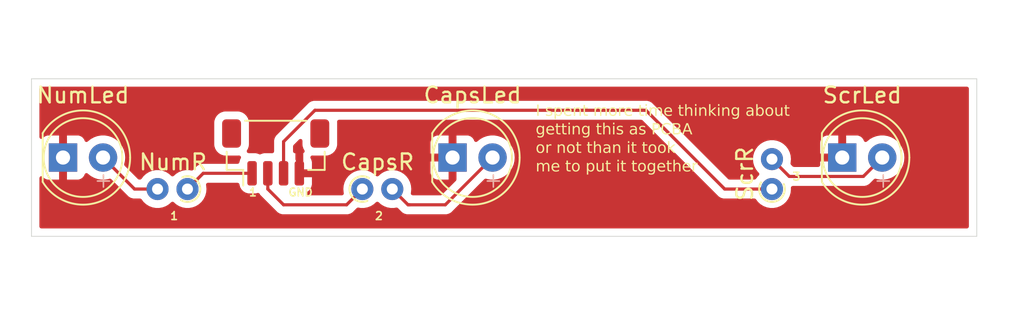
<source format=kicad_pcb>
(kicad_pcb (version 20240108) (generator "pcbnew") (generator_version "8.0")
  (layers (0 "F.Cu" signal) (31 "B.Cu" signal) (34 "B.Paste" user) (35 "F.Paste" user) (36 "B.SilkS" user "B.Silkscreen") (37 "F.SilkS" user "F.Silkscreen") (38 "B.Mask" user) (39 "F.Mask" user) (44 "Edge.Cuts" user))
  (net 0 "")
  (net 1 "GND")
  (net 2 "ScrLk")
  (net 3 "CapsLk")
  (net 4 "NumLk")
  (net 5 "Net-(CapsLed1-A)")
  (net 6 "Net-(NumLed1-A)")
  (net 7 "Net-(ScrLed1-A)")
  (footprint "Resistor_THT:R_Axial_DIN0204_L3.6mm_D1.6mm_P1.90mm_Vertical" (layer "F.Cu") (at 107 47 90)
    (property "Reference" "ScrR" (at 0.96517 -1.721355 90) (layer "F.SilkS"))
    (property "Value" "51R" (hide yes))
    (fp_arc (start 0.320095 0.749359) (mid -0.813042 -0.054435) (end 0.417133 -0.7) (stroke (width 0.12)) (layer "F.SilkS"))
    (pad "1" thru_hole circle (at 0 0 90) (size 1.4 1.4) (drill 0.7) (layers "*.Cu" "*.Mask") (net 2 "ScrLk"))
    (pad "2" thru_hole oval (at 1.9 0 90) (size 1.4 1.4) (drill 0.7) (layers "*.Cu" "*.Mask") (net 7 "Net-(ScrLed1-A)"))
  )
  (footprint "Resistor_THT:R_Axial_DIN0204_L3.6mm_D1.6mm_P1.90mm_Vertical" (layer "F.Cu") (at 81 47)
    (property "Reference" "CapsR" (at 0.968294 -1.714388 0) (layer "F.SilkS"))
    (property "Value" "51R" (hide yes))
    (fp_arc (start 0.320095 0.749359) (mid -0.813042 -0.054435) (end 0.417133 -0.7) (stroke (width 0.12)) (layer "F.SilkS"))
    (pad "1" thru_hole circle (at 0 0) (size 1.4 1.4) (drill 0.7) (layers "*.Cu" "*.Mask") (net 3 "CapsLk"))
    (pad "2" thru_hole oval (at 1.9 0) (size 1.4 1.4) (drill 0.7) (layers "*.Cu" "*.Mask") (net 5 "Net-(CapsLed1-A)"))
  )
  (footprint "Resistor_THT:R_Axial_DIN0204_L3.6mm_D1.6mm_P1.90mm_Vertical" (layer "F.Cu") (at 69.9 47 180)
    (property "Reference" "NumR" (at 0.914195 1.712066 0) (layer "F.SilkS"))
    (property "Value" "51R" (hide yes))
    (fp_arc (start 0.320095 0.749359) (mid -0.813042 -0.054435) (end 0.417133 -0.7) (stroke (width 0.12)) (layer "F.SilkS"))
    (pad "1" thru_hole circle (at 0 0 180) (size 1.4 1.4) (drill 0.7) (layers "*.Cu" "*.Mask") (net 4 "NumLk"))
    (pad "2" thru_hole oval (at 1.9 0 180) (size 1.4 1.4) (drill 0.7) (layers "*.Cu" "*.Mask") (net 6 "Net-(NumLed1-A)"))
  )
  (footprint "LED_THT:LED_D5.0mm" (layer "F.Cu") (at 62 45)
    (property "Reference" "NumLed" (at 1.27 -3.96 0) (layer "F.SilkS"))
    (property "Value" "LED" (hide yes))
    (fp_line (start -1.29 -1.545) (end -1.29 1.545) (stroke (width 0.12)) (layer "F.SilkS"))
    (fp_arc (start -1.29 -1.54483) (mid 2.071756 -2.880501) (end 4.26 -0.000048) (stroke (width 0.12)) (layer "F.SilkS"))
    (fp_arc (start 4.26 0.000048) (mid 2.071756 2.880501) (end -1.29 1.54483) (stroke (width 0.12)) (layer "F.SilkS"))
    (fp_circle (center 1.27 0) (end 3.77 0) (stroke (width 0.12)) (fill none) (layer "F.SilkS"))
    (pad "1" thru_hole rect (at 0 0) (size 1.8 1.8) (drill 0.9) (layers "*.Cu" "*.Mask") (net 1 "GND"))
    (pad "2" thru_hole circle (at 2.54 0) (size 1.8 1.8) (drill 0.9) (layers "*.Cu" "*.Mask") (net 6 "Net-(NumLed1-A)"))
  )
  (footprint "LED_THT:LED_D5.0mm" (layer "F.Cu") (at 111.46 45)
    (property "Reference" "ScrLed" (at 1.27 -3.96 0) (layer "F.SilkS"))
    (property "Value" "LED" (hide yes))
    (fp_line (start -1.29 -1.545) (end -1.29 1.545) (stroke (width 0.12)) (layer "F.SilkS"))
    (fp_arc (start -1.29 -1.54483) (mid 2.071756 -2.880501) (end 4.26 -0.000048) (stroke (width 0.12)) (layer "F.SilkS"))
    (fp_arc (start 4.26 0.000048) (mid 2.071756 2.880501) (end -1.29 1.54483) (stroke (width 0.12)) (layer "F.SilkS"))
    (fp_circle (center 1.27 0) (end 3.77 0) (stroke (width 0.12)) (fill none) (layer "F.SilkS"))
    (pad "1" thru_hole rect (at 0 0) (size 1.8 1.8) (drill 0.9) (layers "*.Cu" "*.Mask") (net 1 "GND"))
    (pad "2" thru_hole circle (at 2.54 0) (size 1.8 1.8) (drill 0.9) (layers "*.Cu" "*.Mask") (net 7 "Net-(ScrLed1-A)"))
  )
  (footprint "Connector_JST:JST_SH_BM04B-SRSS-TB_1x04-1MP_P1.00mm_Vertical" (layer "F.Cu") (at 75.5 44.675)
    (property "Reference" "J1" (hide yes))
    (property "Value" "JST SH (from controller)" (hide yes))
    (fp_line (start -3.11 -0.04) (end -3.11 1.11) (stroke (width 0.12)) (layer "F.SilkS"))
    (fp_line (start -3.11 1.11) (end -2.06 1.11) (stroke (width 0.12)) (layer "F.SilkS"))
    (fp_line (start -2.06 1.11) (end -2.06 2.1) (stroke (width 0.12)) (layer "F.SilkS"))
    (fp_line (start -1.94 -2.01) (end 1.94 -2.01) (stroke (width 0.12)) (layer "F.SilkS"))
    (fp_line (start 3.11 -0.04) (end 3.11 1.11) (stroke (width 0.12)) (layer "F.SilkS"))
    (fp_line (start 3.11 1.11) (end 2.06 1.11) (stroke (width 0.12)) (layer "F.SilkS"))
    (pad "1" smd roundrect (at -1.5 1.325) (size 0.6 1.55) (layers "F.Cu" "F.Paste" "F.Mask") (net 4 "NumLk"))
    (pad "2" smd roundrect (at -0.5 1.325) (size 0.6 1.55) (layers "F.Cu" "F.Paste" "F.Mask") (net 3 "CapsLk"))
    (pad "3" smd roundrect (at 0.5 1.325) (size 0.6 1.55) (layers "F.Cu" "F.Paste" "F.Mask") (net 2 "ScrLk"))
    (pad "4" smd roundrect (at 1.5 1.325) (size 0.6 1.55) (layers "F.Cu" "F.Paste" "F.Mask") (net 1 "GND"))
    (pad "MP" smd roundrect (at -2.8 -1.2) (size 1.2 1.8) (layers "F.Cu" "F.Paste" "F.Mask") (roundrect_rratio 0.208333))
    (pad "MP" smd roundrect (at 2.8 -1.2) (size 1.2 1.8) (layers "F.Cu" "F.Paste" "F.Mask") (roundrect_rratio 0.208333))
  )
  (footprint "LED_THT:LED_D5.0mm" (layer "F.Cu") (at 86.725 45)
    (property "Reference" "CapsLed" (at 1.27 -3.96 0) (layer "F.SilkS"))
    (property "Value" "LED" (hide yes))
    (fp_line (start -1.29 -1.545) (end -1.29 1.545) (stroke (width 0.12)) (layer "F.SilkS"))
    (fp_arc (start -1.29 -1.54483) (mid 2.071756 -2.880501) (end 4.26 -0.000048) (stroke (width 0.12)) (layer "F.SilkS"))
    (fp_arc (start 4.26 0.000048) (mid 2.071756 2.880501) (end -1.29 1.54483) (stroke (width 0.12)) (layer "F.SilkS"))
    (fp_circle (center 1.27 0) (end 3.77 0) (stroke (width 0.12)) (fill none) (layer "F.SilkS"))
    (pad "1" thru_hole rect (at 0 0) (size 1.8 1.8) (drill 0.9) (layers "*.Cu" "*.Mask") (net 1 "GND"))
    (pad "2" thru_hole circle (at 2.54 0) (size 1.8 1.8) (drill 0.9) (layers "*.Cu" "*.Mask") (net 5 "Net-(CapsLed1-A)"))
  )
  (gr_line (start 60 40) (end 120 40) (stroke (width 0.05)) (layer "Edge.Cuts"))
  (gr_line (start 120 40) (end 120 50) (stroke (width 0.05)) (layer "Edge.Cuts"))
  (gr_line (start 60 50) (end 60 40) (stroke (width 0.05)) (layer "Edge.Cuts"))
  (gr_line (start 120 50) (end 60 50) (stroke (width 0.05)) (layer "Edge.Cuts"))
  (gr_text "+" (at 114.75 47 0) (layer "B.SilkS") (effects (font (size 1 1) (thickness 0.1)) (justify left bottom mirror)))
  (gr_text "+" (at 90 47 0) (layer "B.SilkS") (effects (font (size 1 1) (thickness 0.1)) (justify left bottom mirror)))
  (gr_text "+" (at 65.25 47 0) (layer "B.SilkS") (effects (font (size 1 1) (thickness 0.1)) (justify left bottom mirror)))
  (gr_text "I spent more time thinking about \ngetting this as PCBA \nor not than it took \nme to put it together" (at 92 46 0) (layer "F.SilkS") (effects (font (size 0.7 0.7) (thickness 0.1)) (justify left bottom)))
  (gr_text "GND" (at 76.25 47.5 -0) (layer "F.SilkS") (effects (font (size 0.5 0.5) (thickness 0.1)) (justify left bottom)))
  (gr_text "3" (at 108.25 46.5 0) (layer "F.SilkS") (effects (font (size 0.5 0.5) (thickness 0.1)) (justify left bottom)))
  (gr_text "1" (at 73.75 47.5 -0) (layer "F.SilkS") (effects (font (size 0.5 0.5) (thickness 0.1)) (justify left bottom)))
  (gr_text "2\n" (at 81.75 49 0) (layer "F.SilkS") (effects (font (size 0.5 0.5) (thickness 0.1)) (justify left bottom)))
  (gr_text "1" (at 68.75 49 -0) (layer "F.SilkS") (effects (font (size 0.5 0.5) (thickness 0.1)) (justify left bottom)))
  (segment (start 104 47) (end 107 47) (width 0.2) (layer "F.Cu") (net 2))
  (segment (start 77.990256 42) (end 99 42) (width 0.2) (layer "F.Cu") (net 2))
  (segment (start 76 43.990256) (end 77.990256 42) (width 0.2) (layer "F.Cu") (net 2))
  (segment (start 76 46) (end 76 43.990256) (width 0.2) (layer "F.Cu") (net 2))
  (segment (start 99 42) (end 104 47) (width 0.2) (layer "F.Cu") (net 2))
  (segment (start 75 46) (end 75 47) (width 0.2) (layer "F.Cu") (net 3))
  (segment (start 75 47) (end 76 48) (width 0.2) (layer "F.Cu") (net 3))
  (segment (start 76 48) (end 80 48) (width 0.2) (layer "F.Cu") (net 3))
  (segment (start 80 48) (end 81 47) (width 0.2) (layer "F.Cu") (net 3))
  (segment (start 69.9 47) (end 70.9 46) (width 0.2) (layer "F.Cu") (net 4))
  (segment (start 70.9 46) (end 74 46) (width 0.2) (layer "F.Cu") (net 4))
  (segment (start 82.9 47) (end 83.9 48) (width 0.2) (layer "F.Cu") (net 5))
  (segment (start 84 48) (end 86.265 48) (width 0.2) (layer "F.Cu") (net 5))
  (segment (start 83.9 48) (end 84 48) (width 0.2) (layer "F.Cu") (net 5))
  (segment (start 86.265 48) (end 89.265 45) (width 0.2) (layer "F.Cu") (net 5))
  (segment (start 68 47) (end 66.54 47) (width 0.2) (layer "F.Cu") (net 6))
  (segment (start 66.54 47) (end 64.54 45) (width 0.2) (layer "F.Cu") (net 6))
  (segment (start 112.8 46.2) (end 114 45) (width 0.2) (layer "F.Cu") (net 7))
  (segment (start 107 45.1) (end 108.1 46.2) (width 0.2) (layer "F.Cu") (net 7))
  (segment (start 108.1 46.2) (end 112.8 46.2) (width 0.2) (layer "F.Cu") (net 7))
  (zone (net 1) (net_name "GND") (layer "F.Cu") (connect_pads (clearance 0.5)) (min_thickness 0.25) (fill yes (thermal_gap 0.5) (thermal_bridge_width 0.5))
    (polygon (pts (xy 58 35) (xy 123 36) (xy 122 55) (xy 58 53)))
  )
)
</source>
